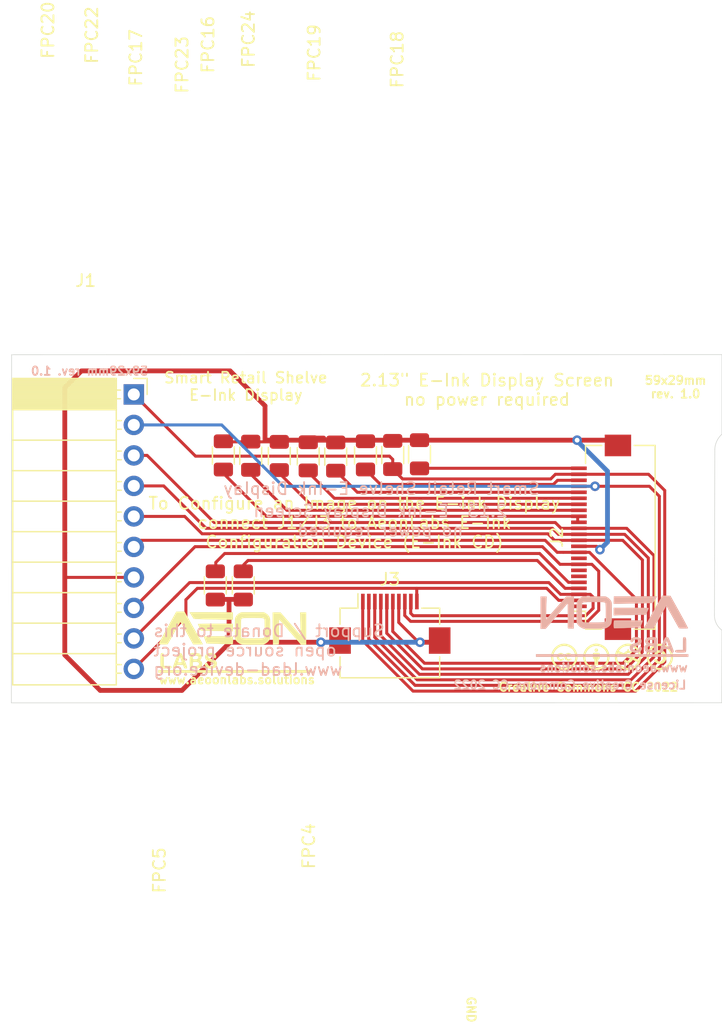
<source format=kicad_pcb>
(kicad_pcb (version 20211014) (generator pcbnew)
  (layers (0 "F.Cu" signal) (31 "B.Cu" signal) (34 "B.Paste" user) (35 "F.Paste" user) (36 "B.SilkS" user "B.Silkscreen") (37 "F.SilkS" user "F.Silkscreen") (38 "B.Mask" user) (39 "F.Mask" user) (44 "Edge.Cuts" user))
  (net 0 "")
  (net 1 "/PREVGH")
  (net 2 "/PREVGL")
  (net 3 "/VCOM")
  (net 4 "/GDR")
  (net 5 "/RESE")
  (net 6 "/SDI")
  (net 7 "/SCLK")
  (net 8 "/CS")
  (net 9 "/RES")
  (net 13 "Net-(FPC4-Pad1)")
  (net 14 "Net-(FPC5-Pad1)")
  (net 15 "Net-(FPC16-Pad1)")
  (net 16 "Net-(FPC17-Pad1)")
  (net 17 "Net-(FPC18-Pad1)")
  (net 18 "Net-(FPC19-Pad1)")
  (net 19 "Net-(FPC20-Pad1)")
  (net 20 "Net-(FPC22-Pad1)")
  (net 21 "/GND")
  (net 22 "/3V3")
  (footprint "AeonLabs Logo:aeonlabs pcb logo" (layer "F.Cu") (at 130.94 107.02)
    (fp_text reference "G***" hide)
    (fp_text value "LOGO" hide)
  )
  (footprint "Connector_FFC-FPC:Hirose_FH12-10S-0.5SH_1x10-1MP_P0.50mm_Horizontal" (layer "F.Cu") (at 143.88 105.5)
    (fp_text reference "J3" (at 0 -3.7) (layer "F.SilkS"))
    (fp_text value "Conn_01x10_Male")
    (pad "1" smd rect (at -2.25 -1.85) (size 0.3 1.3) (layers "F.Cu" "F.Paste" "F.Mask") (net 2 "/PREVGL"))
    (pad "2" smd rect (at -1.75 -1.85) (size 0.3 1.3) (layers "F.Cu" "F.Paste" "F.Mask") (net 1 "/PREVGH"))
    (pad "3" smd rect (at -1.25 -1.85) (size 0.3 1.3) (layers "F.Cu" "F.Paste" "F.Mask") (net 6 "/SDI"))
    (pad "4" smd rect (at -0.75 -1.85) (size 0.3 1.3) (layers "F.Cu" "F.Paste" "F.Mask") (net 7 "/SCLK"))
    (pad "5" smd rect (at -0.25 -1.85) (size 0.3 1.3) (layers "F.Cu" "F.Paste" "F.Mask") (net 8 "/CS"))
    (pad "6" smd rect (at 0.25 -1.85) (size 0.3 1.3) (layers "F.Cu" "F.Paste" "F.Mask") (net 9 "/RES"))
    (pad "7" smd rect (at 0.75 -1.85) (size 0.3 1.3) (layers "F.Cu" "F.Paste" "F.Mask") (net 21 "/GND"))
    (pad "8" smd rect (at 1.25 -1.85) (size 0.3 1.3) (layers "F.Cu" "F.Paste" "F.Mask") (net 22 "/3V3"))
    (pad "9" smd rect (at 1.75 -1.85) (size 0.3 1.3) (layers "F.Cu" "F.Paste" "F.Mask") (net 5 "/RESE"))
    (pad "10" smd rect (at 2.25 -1.85) (size 0.3 1.3) (layers "F.Cu" "F.Paste" "F.Mask") (net 4 "/GDR"))
    (pad "MP" smd rect (at -4.15 1.4) (size 1.8 2.2) (layers "F.Cu" "F.Paste" "F.Mask"))
    (pad "MP" smd rect (at 4.15 1.4) (size 1.8 2.2) (layers "F.Cu" "F.Paste" "F.Mask"))
  )
  (footprint "AeonLabs:aeon creative commons logos" (layer "F.Cu") (at 162.3798 108.208532)
    (fp_text reference "G***" hide)
    (fp_text value "LOGO" hide)
  )
  (footprint "Capacitor_SMD:C_1206_3216MetricTrue" (layer "F.Cu") (at 144.12 91.45 90)
    (fp_text reference "FPC23" (at 32.505 -17.55 90) (layer "F.SilkS"))
    (fp_text value "0.1uF")
    (pad "1" smd roundrect (at -1.17 0 90) (size 1.15 1.6) (layers "F.Cu" "F.Paste" "F.Mask") (roundrect_rratio 0.217391) (net 2 "/PREVGL"))
    (pad "2" smd roundrect (at 1.18 0 90) (size 1.15 1.6) (layers "F.Cu" "F.Paste" "F.Mask") (roundrect_rratio 0.217391) (net 21 "/GND"))
  )
  (footprint "Capacitor_SMD:C_1206_3216MetricTrue" (layer "F.Cu") (at 146.35 91.39 90)
    (fp_text reference "FPC24" (at 34.575 -14.25 90) (layer "F.SilkS"))
    (fp_text value "0.1uF")
    (pad "1" smd roundrect (at -1.17 0 90) (size 1.15 1.6) (layers "F.Cu" "F.Paste" "F.Mask") (roundrect_rratio 0.217391) (net 3 "/VCOM"))
    (pad "2" smd roundrect (at 1.18 0 90) (size 1.15 1.6) (layers "F.Cu" "F.Paste" "F.Mask") (roundrect_rratio 0.217391) (net 21 "/GND"))
  )
  (footprint "Capacitor_SMD:C_1206_3216MetricTrue" (layer "F.Cu") (at 134.67 91.53 90)
    (fp_text reference "FPC18" (at 33.025 9.82 90) (layer "F.SilkS"))
    (fp_text value "0.1uF")
    (pad "1" smd roundrect (at -1.17 0 90) (size 1.15 1.6) (layers "F.Cu" "F.Paste" "F.Mask") (roundrect_rratio 0.217391) (net 17 "Net-(FPC18-Pad1)"))
    (pad "2" smd roundrect (at 1.18 0 90) (size 1.15 1.6) (layers "F.Cu" "F.Paste" "F.Mask") (roundrect_rratio 0.217391) (net 21 "/GND"))
  )
  (footprint "Capacitor_SMD:C_1206_3216MetricTrue" (layer "F.Cu") (at 137.08 91.56 90)
    (fp_text reference "FPC19" (at 33.61 0.495 90) (layer "F.SilkS"))
    (fp_text value "0.1uF")
    (pad "1" smd roundrect (at -1.17 0 90) (size 1.15 1.6) (layers "F.Cu" "F.Paste" "F.Mask") (roundrect_rratio 0.217391) (net 18 "Net-(FPC19-Pad1)"))
    (pad "2" smd roundrect (at 1.18 0 90) (size 1.15 1.6) (layers "F.Cu" "F.Paste" "F.Mask") (roundrect_rratio 0.217391) (net 21 "/GND"))
  )
  (footprint "Capacitor_SMD:C_1206_3216MetricTrue" (layer "F.Cu") (at 132.29 91.51 90)
    (fp_text reference "FPC17" (at 33.155 -9.57 90) (layer "F.SilkS"))
    (fp_text value "0.1uF")
    (pad "1" smd roundrect (at -1.17 0 90) (size 1.15 1.6) (layers "F.Cu" "F.Paste" "F.Mask") (roundrect_rratio 0.217391) (net 16 "Net-(FPC17-Pad1)"))
    (pad "2" smd roundrect (at 1.18 0 90) (size 1.15 1.6) (layers "F.Cu" "F.Paste" "F.Mask") (roundrect_rratio 0.217391) (net 21 "/GND"))
  )
  (footprint "Capacitor_SMD:C_1206_3216MetricTrue" (layer "F.Cu") (at 131.67 102.305 -90)
    (fp_text reference "FPC4" (at 21.715 -5.46 90) (layer "F.SilkS"))
    (fp_text value "0.1uF")
    (pad "1" smd roundrect (at -1.17 0 270) (size 1.15 1.6) (layers "F.Cu" "F.Paste" "F.Mask") (roundrect_rratio 0.217391) (net 13 "Net-(FPC4-Pad1)"))
    (pad "2" smd roundrect (at 1.18 0 270) (size 1.15 1.6) (layers "F.Cu" "F.Paste" "F.Mask") (roundrect_rratio 0.217391) (net 21 "/GND"))
  )
  (footprint "Capacitor_SMD:C_1206_3216MetricTrue" (layer "F.Cu") (at 141.85 91.48 90)
    (fp_text reference "FPC22" (at 35.005 -22.8 90) (layer "F.SilkS"))
    (fp_text value "0.1uF")
    (pad "1" smd roundrect (at -1.17 0 90) (size 1.15 1.6) (layers "F.Cu" "F.Paste" "F.Mask") (roundrect_rratio 0.217391) (net 20 "Net-(FPC22-Pad1)"))
    (pad "2" smd roundrect (at 1.18 0 90) (size 1.15 1.6) (layers "F.Cu" "F.Paste" "F.Mask") (roundrect_rratio 0.217391) (net 21 "/GND"))
  )
  (footprint "Connector_PinSocket_2.54mm:PinSocket_1x10_P2.54mm_Horizontal" (layer "F.Cu") (at 122.55 86.4)
    (fp_text reference "J1" (at -4.01 -9.48) (layer "F.SilkS"))
    (fp_text value "Conn_01x10_Male")
    (pad "1" thru_hole rect locked (at 0 0) (size 1.7 1.7) (drill 1) (layers *.Cu *.Mask) (net 2 "/PREVGL"))
    (pad "2" thru_hole oval locked (at 0 2.54) (size 1.7 1.7) (drill 1) (layers *.Cu *.Mask) (net 1 "/PREVGH"))
    (pad "3" thru_hole oval locked (at 0 5.08) (size 1.7 1.7) (drill 1) (layers *.Cu *.Mask) (net 6 "/SDI"))
    (pad "4" thru_hole oval locked (at 0 7.62) (size 1.7 1.7) (drill 1) (layers *.Cu *.Mask) (net 7 "/SCLK"))
    (pad "5" thru_hole oval locked (at 0 10.16) (size 1.7 1.7) (drill 1) (layers *.Cu *.Mask) (net 8 "/CS"))
    (pad "6" thru_hole oval locked (at 0 12.7) (size 1.7 1.7) (drill 1) (layers *.Cu *.Mask) (net 9 "/RES"))
    (pad "7" thru_hole oval locked (at 0 15.24) (size 1.7 1.7) (drill 1) (layers *.Cu *.Mask) (net 21 "/GND"))
    (pad "8" thru_hole oval locked (at 0 17.78) (size 1.7 1.7) (drill 1) (layers *.Cu *.Mask) (net 22 "/3V3"))
    (pad "9" thru_hole oval locked (at 0 20.32) (size 1.7 1.7) (drill 1) (layers *.Cu *.Mask) (net 5 "/RESE"))
    (pad "10" thru_hole oval locked (at 0 22.86) (size 1.7 1.7) (drill 1) (layers *.Cu *.Mask) (net 4 "/GDR"))
  )
  (footprint "Capacitor_SMD:C_1206_3216MetricTrue" (layer "F.Cu") (at 139.37 91.58 90)
    (fp_text reference "FPC20" (at 35.525 -23.97 90) (layer "F.SilkS"))
    (fp_text value "0.1uF")
    (pad "1" smd roundrect (at -1.17 0 90) (size 1.15 1.6) (layers "F.Cu" "F.Paste" "F.Mask") (roundrect_rratio 0.217391) (net 19 "Net-(FPC20-Pad1)"))
    (pad "2" smd roundrect (at 1.18 0 90) (size 1.15 1.6) (layers "F.Cu" "F.Paste" "F.Mask") (roundrect_rratio 0.217391) (net 21 "/GND"))
  )
  (footprint "Capacitor_SMD:C_1206_3216MetricTrue" (layer "F.Cu") (at 129.34 102.305 -90)
    (fp_text reference "FPC5" (at 23.73 4.66 90) (layer "F.SilkS"))
    (fp_text value "0.1uF")
    (pad "1" smd roundrect (at -1.17 0 270) (size 1.15 1.6) (layers "F.Cu" "F.Paste" "F.Mask") (roundrect_rratio 0.217391) (net 14 "Net-(FPC5-Pad1)"))
    (pad "2" smd roundrect (at 1.18 0 270) (size 1.15 1.6) (layers "F.Cu" "F.Paste" "F.Mask") (roundrect_rratio 0.217391) (net 21 "/GND"))
  )
  (footprint "Connector_FFC-FPC:Hirose_FH12-24S-0.5SH_1x24-1MP_P0.50mm_Horizontal" (layer "F.Cu") (at 161.48 98.3 90)
    (fp_text reference "J2" (at 0 -3.7 90) (layer "F.SilkS"))
    (fp_text value "Conn_01x24_Female")
    (pad "1" smd rect (at -5.75 -1.85 90) (size 0.3 1.3) (layers "F.Cu" "F.Paste" "F.Mask"))
    (pad "2" smd rect (at -5.25 -1.85 90) (size 0.3 1.3) (layers "F.Cu" "F.Paste" "F.Mask") (net 4 "/GDR"))
    (pad "3" smd rect (at -4.75 -1.85 90) (size 0.3 1.3) (layers "F.Cu" "F.Paste" "F.Mask") (net 5 "/RESE"))
    (pad "4" smd rect (at -4.25 -1.85 90) (size 0.3 1.3) (layers "F.Cu" "F.Paste" "F.Mask") (net 13 "Net-(FPC4-Pad1)"))
    (pad "5" smd rect (at -3.75 -1.85 90) (size 0.3 1.3) (layers "F.Cu" "F.Paste" "F.Mask") (net 14 "Net-(FPC5-Pad1)"))
    (pad "6" smd rect (at -3.25 -1.85 90) (size 0.3 1.3) (layers "F.Cu" "F.Paste" "F.Mask"))
    (pad "7" smd rect (at -2.75 -1.85 90) (size 0.3 1.3) (layers "F.Cu" "F.Paste" "F.Mask"))
    (pad "8" smd rect (at -2.25 -1.85 90) (size 0.3 1.3) (layers "F.Cu" "F.Paste" "F.Mask") (net 22 "/3V3"))
    (pad "9" smd rect (at -1.75 -1.85 90) (size 0.3 1.3) (layers "F.Cu" "F.Paste" "F.Mask"))
    (pad "10" smd rect (at -1.25 -1.85 90) (size 0.3 1.3) (layers "F.Cu" "F.Paste" "F.Mask") (net 9 "/RES"))
    (pad "11" smd rect (at -0.75 -1.85 90) (size 0.3 1.3) (layers "F.Cu" "F.Paste" "F.Mask") (net 21 "/GND"))
    (pad "12" smd rect (at -0.25 -1.85 90) (size 0.3 1.3) (layers "F.Cu" "F.Paste" "F.Mask") (net 8 "/CS"))
    (pad "13" smd rect (at 0.25 -1.85 90) (size 0.3 1.3) (layers "F.Cu" "F.Paste" "F.Mask") (net 7 "/SCLK"))
    (pad "14" smd rect (at 0.75 -1.85 90) (size 0.3 1.3) (layers "F.Cu" "F.Paste" "F.Mask") (net 6 "/SDI"))
    (pad "15" smd rect (at 1.25 -1.85 90) (size 0.3 1.3) (layers "F.Cu" "F.Paste" "F.Mask") (net 15 "Net-(FPC16-Pad1)"))
    (pad "16" smd rect (at 1.75 -1.85 90) (size 0.3 1.3) (layers "F.Cu" "F.Paste" "F.Mask") (net 15 "Net-(FPC16-Pad1)"))
    (pad "17" smd rect (at 2.25 -1.85 90) (size 0.3 1.3) (layers "F.Cu" "F.Paste" "F.Mask") (net 16 "Net-(FPC17-Pad1)"))
    (pad "18" smd rect (at 2.75 -1.85 90) (size 0.3 1.3) (layers "F.Cu" "F.Paste" "F.Mask") (net 17 "Net-(FPC18-Pad1)"))
    (pad "19" smd rect (at 3.25 -1.85 90) (size 0.3 1.3) (layers "F.Cu" "F.Paste" "F.Mask") (net 18 "Net-(FPC19-Pad1)"))
    (pad "20" smd rect (at 3.75 -1.85 90) (size 0.3 1.3) (layers "F.Cu" "F.Paste" "F.Mask") (net 19 "Net-(FPC20-Pad1)"))
    (pad "21" smd rect (at 4.25 -1.85 90) (size 0.3 1.3) (layers "F.Cu" "F.Paste" "F.Mask") (net 1 "/PREVGH"))
    (pad "22" smd rect (at 4.75 -1.85 90) (size 0.3 1.3) (layers "F.Cu" "F.Paste" "F.Mask") (net 20 "Net-(FPC22-Pad1)"))
    (pad "23" smd rect (at 5.25 -1.85 90) (size 0.3 1.3) (layers "F.Cu" "F.Paste" "F.Mask") (net 2 "/PREVGL"))
    (pad "24" smd rect (at 5.75 -1.85 90) (size 0.3 1.3) (layers "F.Cu" "F.Paste" "F.Mask") (net 3 "/VCOM"))
    (pad "MP" smd rect (at -7.65 1.4 90) (size 1.8 2.2) (layers "F.Cu" "F.Paste" "F.Mask"))
    (pad "MP" smd rect (at 7.65 1.4 90) (size 1.8 2.2) (layers "F.Cu" "F.Paste" "F.Mask"))
  )
  (footprint "Capacitor_SMD:C_1206_3216MetricTrue" (layer "F.Cu") (at 130.01 91.485 90)
    (fp_text reference "FPC16" (at 34.225 -1.28 90) (layer "F.SilkS"))
    (fp_text value "0.1uF")
    (pad "1" smd roundrect (at -1.17 0 90) (size 1.15 1.6) (layers "F.Cu" "F.Paste" "F.Mask") (roundrect_rratio 0.217391) (net 15 "Net-(FPC16-Pad1)"))
    (pad "2" smd roundrect (at 1.18 0 90) (size 1.15 1.6) (layers "F.Cu" "F.Paste" "F.Mask") (roundrect_rratio 0.217391) (net 21 "/GND"))
  )
  (footprint "AeonLabs Logo:aeonlabs pcb logo" (layer "B.Cu") (at 162.4 105.695 180)
    (fp_text reference "G***" hide)
    (fp_text value "LOGO" hide)
  )
  (gr_line (start 112.37 83.09) (end 112.35 112.08) (layer "Edge.Cuts") (width 0.05))
  (gr_line (start 171.53 112.08) (end 171.54 106.035) (layer "Edge.Cuts") (width 0.05))
  (gr_line (start 171.54 83.08) (end 112.37 83.09) (layer "Edge.Cuts") (width 0.05))
  (gr_arc (start 171.54 106.035) (mid 171.078709 105.481949) (end 170.92 104.779478) (layer "Edge.Cuts") (width 0.05))
  (gr_line (start 170.92 104.779478) (end 170.95 90.955) (layer "Edge.Cuts") (width 0.05))
  (gr_line (start 171.54 89.715) (end 171.54 83.08) (layer "Edge.Cuts") (width 0.05))
  (gr_arc (start 170.95 90.955) (mid 171.124204 90.277524) (end 171.54 89.715) (layer "Edge.Cuts") (width 0.05))
  (gr_line (start 112.34 112.09) (end 171.53 112.08) (layer "Edge.Cuts") (width 0.05))
  (gr_text "www.aeonlabs.solutions" (at 162.51 109.155) (layer "B.SilkS") (effects (font (size 0.7 0.7)) (justify mirror)))
  (gr_text "License Creative Commons CC 2022" (at 158.88 110.595) (layer "B.SilkS") (effects (font (size 0.7 0.7)) (justify mirror)))
  (gr_text "Support / Donate to this\nopen source project\nwww.ldad-device.org" (at 124.1 107.7) (layer "B.SilkS") (effects (font (size 1 1)) (justify right mirror)))
  (gr_text "2.13{dblquote} E-Ink Display Screen\nno power required" (at 143.09 96.91) (layer "B.SilkS") (effects (font (size 1 1)) (justify mirror)))
  (gr_text "59x29mm rev. 1.0" (at 123.83 84.455) (layer "B.SilkS") (effects (font (size 0.7 0.7)) (justify left mirror)))
  (gr_text "Smart Retail Shelve E-Ink Display" (at 143.19 94.25) (layer "B.SilkS") (effects (font (size 1 1)) (justify mirror)))
  (gr_text "Creative Commons CC 2022" (at 160.42 110.78) (layer "F.SilkS") (effects (font (size 0.7 0.7))))
  (gr_text "59x29mm\nrev. 1.0" (at 167.68 85.79) (layer "F.SilkS") (effects (font (size 0.7 0.7))))
  (gr_text "www.aeoonlabs.solutions" (at 124.56 110.16) (layer "F.SilkS") (effects (font (size 0.7 0.7)) (justify left)))
  (gr_text "2.13{dblquote} E-Ink Display Screen\nno power required" (at 151.97 86.02) (layer "F.SilkS") (effects (font (size 1 1))))
  (gr_text "Smart Retail Shelve\nE-Ink Display" (at 131.88 85.73) (layer "F.SilkS") (effects (font (size 0.9 0.9))))
  (gr_text "GND" (at 150.65 137.63 -90) (layer "F.SilkS") (effects (font (size 0.7 0.7))))
  (gr_text "To Configure an Image on the E-ink Display\nconnect J1/J3 to AeonLabs E-Ink\nConfiguration Device (E-Ink CD)" (at 140.93 97.08) (layer "F.SilkS") (effects (font (size 1 1))))
  (segment (start 164.17 110.63) (end 166.33 108.47) (width 0.25) (layer "F.Cu") (net 1))
  (segment (start 142.12 106.77) (end 145.98 110.63) (width 0.25) (layer "F.Cu") (net 1))
  (segment (start 165.5 94.05) (end 160.97 94.05) (width 0.25) (layer "F.Cu") (net 1))
  (segment (start 166.33 94.88) (end 165.5 94.05) (width 0.25) (layer "F.Cu") (net 1))
  (segment (start 145.98 110.63) (end 164.17 110.63) (width 0.25) (layer "F.Cu") (net 1))
  (segment (start 166.33 108.47) (end 166.33 94.88) (width 0.25) (layer "F.Cu") (net 1))
  (segment (start 159.53 94.05) (end 160.97 94.05) (width 0.25) (layer "F.Cu") (net 1))
  (segment (start 142.12 103.79) (end 142.12 106.77) (width 0.25) (layer "F.Cu") (net 1))
  (via (at 160.97 94.05) (size 0.8) (drill 0.4) (layers "F.Cu" "B.Cu") (net 1))
  (segment (start 134.98 94.05) (end 129.87 88.94) (width 0.25) (layer "B.Cu") (net 1))
  (segment (start 160.97 94.05) (end 134.98 94.05) (width 0.25) (layer "B.Cu") (net 1))
  (segment (start 129.87 88.94) (end 122.55 88.94) (width 0.25) (layer "B.Cu") (net 1))
  (segment (start 157.67 93.05) (end 157.28 93.44) (width 0.25) (layer "F.Cu") (net 2))
  (segment (start 157.28 93.44) (end 144.94 93.44) (width 0.25) (layer "F.Cu") (net 2))
  (segment (start 144.94 93.44) (end 144.12 92.62) (width 0.25) (layer "F.Cu") (net 2))
  (segment (start 127.69 91.54) (end 122.55 86.4) (width 0.25) (layer "F.Cu") (net 2))
  (segment (start 141.62 103.79) (end 141.62 106.92) (width 0.25) (layer "F.Cu") (net 2))
  (segment (start 165.43 93.05) (end 159.53 93.05) (width 0.25) (layer "F.Cu") (net 2))
  (segment (start 164.35 111.11) (end 166.78 108.68) (width 0.25) (layer "F.Cu") (net 2))
  (segment (start 145.81 111.11) (end 164.35 111.11) (width 0.25) (layer "F.Cu") (net 2))
  (segment (start 127.69 91.54) (end 143.845 91.54) (width 0.25) (layer "F.Cu") (net 2))
  (segment (start 144.12 92.62) (end 144.12 91.815) (width 0.25) (layer "F.Cu") (net 2))
  (segment (start 159.53 93.05) (end 157.67 93.05) (width 0.25) (layer "F.Cu") (net 2))
  (segment (start 141.62 106.92) (end 145.81 111.11) (width 0.25) (layer "F.Cu") (net 2))
  (segment (start 143.845 91.54) (end 144.12 91.815) (width 0.25) (layer "F.Cu") (net 2))
  (segment (start 166.78 108.68) (end 166.78 94.4) (width 0.25) (layer "F.Cu") (net 2))
  (segment (start 166.78 94.4) (end 165.43 93.05) (width 0.25) (layer "F.Cu") (net 2))
  (segment (start 159.53 92.55) (end 146.36 92.55) (width 0.25) (layer "F.Cu") (net 3))
  (segment (start 146.36 92.55) (end 146.35 92.56) (width 0.25) (layer "F.Cu") (net 3))
  (segment (start 146.12 103.79) (end 146.12 102.55) (width 0.25) (layer "F.Cu") (net 4))
  (segment (start 156.95 102.55) (end 146.12 102.55) (width 0.25) (layer "F.Cu") (net 4))
  (segment (start 126.89 104.92) (end 122.55 109.26) (width 0.25) (layer "F.Cu") (net 4))
  (segment (start 159.53 103.55) (end 157.95 103.55) (width 0.25) (layer "F.Cu") (net 4))
  (segment (start 157.95 103.55) (end 156.95 102.55) (width 0.25) (layer "F.Cu") (net 4))
  (segment (start 146.12 102.55) (end 127.84 102.55) (width 0.25) (layer "F.Cu") (net 4))
  (segment (start 127.84 102.55) (end 126.89 103.5) (width 0.25) (layer "F.Cu") (net 4))
  (segment (start 126.89 103.5) (end 126.89 104.92) (width 0.25) (layer "F.Cu") (net 4))
  (segment (start 145.62 104.63) (end 145.82 104.83) (width 0.25) (layer "F.Cu") (net 5))
  (segment (start 160.19 104.83) (end 160.81 104.21) (width 0.25) (layer "F.Cu") (net 5))
  (segment (start 125.935 103.335) (end 127.2 102.07) (width 0.25) (layer "F.Cu") (net 5))
  (segment (start 157.12 102.07) (end 157.665 102.615) (width 0.25) (layer "F.Cu") (net 5))
  (segment (start 145.82 104.83) (end 160.19 104.83) (width 0.25) (layer "F.Cu") (net 5))
  (segment (start 127.2 102.07) (end 157.12 102.07) (width 0.25) (layer "F.Cu") (net 5))
  (segment (start 160.81 103.28) (end 160.58 103.05) (width 0.25) (layer "F.Cu") (net 5))
  (segment (start 126.22 103.05) (end 125.935 103.335) (width 0.25) (layer "F.Cu") (net 5))
  (segment (start 125.935 103.335) (end 122.55 106.72) (width 0.25) (layer "F.Cu") (net 5))
  (segment (start 159.53 103.05) (end 158.1 103.05) (width 0.25) (layer "F.Cu") (net 5))
  (segment (start 158.1 103.05) (end 157.665 102.615) (width 0.25) (layer "F.Cu") (net 5))
  (segment (start 160.58 103.05) (end 159.53 103.05) (width 0.25) (layer "F.Cu") (net 5))
  (segment (start 160.81 104.21) (end 160.81 103.28) (width 0.25) (layer "F.Cu") (net 5))
  (segment (start 145.62 103.79) (end 145.62 104.63) (width 0.25) (layer "F.Cu") (net 5))
  (segment (start 142.62 106.63) (end 142.62 103.79) (width 0.25) (layer "F.Cu") (net 6))
  (segment (start 163.97 110.17) (end 146.16 110.17) (width 0.25) (layer "F.Cu") (net 6))
  (segment (start 146.16 110.17) (end 142.62 106.63) (width 0.25) (layer "F.Cu") (net 6))
  (segment (start 165.88 99.82) (end 165.88 108.26) (width 0.25) (layer "F.Cu") (net 6))
  (segment (start 159.53 97.55) (end 163.61 97.55) (width 0.25) (layer "F.Cu") (net 6))
  (segment (start 157.66 97.07) (end 158.14 97.55) (width 0.25) (layer "F.Cu") (net 6))
  (segment (start 158.14 97.55) (end 159.53 97.55) (width 0.25) (layer "F.Cu") (net 6))
  (segment (start 123.66 91.48) (end 129.25 97.07) (width 0.25) (layer "F.Cu") (net 6))
  (segment (start 122.55 91.48) (end 123.66 91.48) (width 0.25) (layer "F.Cu") (net 6))
  (segment (start 165.88 108.26) (end 163.97 110.17) (width 0.25) (layer "F.Cu") (net 6))
  (segment (start 163.61 97.55) (end 165.88 99.82) (width 0.25) (layer "F.Cu") (net 6))
  (segment (start 129.25 97.07) (end 157.66 97.07) (width 0.25) (layer "F.Cu") (net 6))
  (segment (start 163.44 98.05) (end 165.41 100.02) (width 0.25) (layer "F.Cu") (net 7))
  (segment (start 125.04 94.02) (end 128.57 97.55) (width 0.25) (layer "F.Cu") (net 7))
  (segment (start 122.55 94.02) (end 125.04 94.02) (width 0.25) (layer "F.Cu") (net 7))
  (segment (start 128.57 97.55) (end 157.42 97.55) (width 0.25) (layer "F.Cu") (net 7))
  (segment (start 165.41 100.02) (end 165.41 108.04) (width 0.25) (layer "F.Cu") (net 7))
  (segment (start 159.53 98.05) (end 163.44 98.05) (width 0.25) (layer "F.Cu") (net 7))
  (segment (start 143.12 106.49) (end 143.12 103.79) (width 0.25) (layer "F.Cu") (net 7))
  (segment (start 157.42 97.55) (end 157.92 98.05) (width 0.25) (layer "F.Cu") (net 7))
  (segment (start 163.74 109.71) (end 146.34 109.71) (width 0.25) (layer "F.Cu") (net 7))
  (segment (start 165.41 108.04) (end 163.74 109.71) (width 0.25) (layer "F.Cu") (net 7))
  (segment (start 157.92 98.05) (end 159.53 98.05) (width 0.25) (layer "F.Cu") (net 7))
  (segment (start 146.34 109.71) (end 143.12 106.49) (width 0.25) (layer "F.Cu") (net 7))
  (segment (start 157.59 98.55) (end 159.53 98.55) (width 0.25) (layer "F.Cu") (net 8))
  (segment (start 126.79 96.56) (end 128.24 98.01) (width 0.25) (layer "F.Cu") (net 8))
  (segment (start 157.05 98.01) (end 157.59 98.55) (width 0.25) (layer "F.Cu") (net 8))
  (segment (start 164.9 107.87) (end 163.51 109.26) (width 0.25) (layer "F.Cu") (net 8))
  (segment (start 164.92 107.41) (end 164.9 107.43) (width 0.25) (layer "F.Cu") (net 8))
  (segment (start 164.9 107.43) (end 164.9 107.87) (width 0.25) (layer "F.Cu") (net 8))
  (segment (start 143.62 106.29) (end 143.62 103.79) (width 0.25) (layer "F.Cu") (net 8))
  (segment (start 122.55 96.56) (end 126.79 96.56) (width 0.25) (layer "F.Cu") (net 8))
  (segment (start 159.53 98.55) (end 163.28 98.55) (width 0.25) (layer "F.Cu") (net 8))
  (segment (start 146.59 109.26) (end 143.62 106.29) (width 0.25) (layer "F.Cu") (net 8))
  (segment (start 164.92 100.19) (end 164.92 107.41) (width 0.25) (layer "F.Cu") (net 8))
  (segment (start 163.28 98.55) (end 164.92 100.19) (width 0.25) (layer "F.Cu") (net 8))
  (segment (start 163.51 109.26) (end 146.59 109.26) (width 0.25) (layer "F.Cu") (net 8))
  (segment (start 128.24 98.01) (end 157.05 98.01) (width 0.25) (layer "F.Cu") (net 8))
  (segment (start 123.1 98.55) (end 122.55 99.1) (width 0.25) (layer "F.Cu") (net 9))
  (segment (start 157.82 99.55) (end 156.82 98.55) (width 0.25) (layer "F.Cu") (net 9))
  (segment (start 163.31 108.79) (end 146.77 108.79) (width 0.25) (layer "F.Cu") (net 9))
  (segment (start 123 99.55) (end 122.55 99.1) (width 0.25) (layer "F.Cu") (net 9))
  (segment (start 159.53 99.55) (end 160.51 99.55) (width 0.25) (layer "F.Cu") (net 9))
  (segment (start 164.42 107.68) (end 163.31 108.79) (width 0.25) (layer "F.Cu") (net 9))
  (segment (start 156.82 98.55) (end 123.1 98.55) (width 0.25) (layer "F.Cu") (net 9))
  (segment (start 144.12 106.14) (end 144.12 103.79) (width 0.25) (layer "F.Cu") (net 9))
  (segment (start 164.42 103.46) (end 164.42 107.68) (width 0.25) (layer "F.Cu") (net 9))
  (segment (start 158.33 99.55) (end 157.82 99.55) (width 0.25) (layer "F.Cu") (net 9))
  (segment (start 159.53 99.55) (end 158.33 99.55) (width 0.25) (layer "F.Cu") (net 9))
  (segment (start 160.51 99.55) (end 164.42 103.46) (width 0.25) (layer "F.Cu") (net 9))
  (segment (start 146.77 108.79) (end 144.12 106.14) (width 0.25) (layer "F.Cu") (net 9))
  (segment (start 156.16 100.23) (end 132.06 100.23) (width 0.25) (layer "F.Cu") (net 13))
  (segment (start 158.48 102.55) (end 156.16 100.23) (width 0.25) (layer "F.Cu") (net 13))
  (segment (start 132.06 100.23) (end 131.71 100.58) (width 0.25) (layer "F.Cu") (net 13))
  (segment (start 159.53 102.55) (end 158.48 102.55) (width 0.25) (layer "F.Cu") (net 13))
  (segment (start 129.38 100.39) (end 129.38 101.095) (width 0.25) (layer "F.Cu") (net 14))
  (segment (start 130.12 99.65) (end 129.38 100.39) (width 0.25) (layer "F.Cu") (net 14))
  (segment (start 159.53 102.05) (end 158.76 102.05) (width 0.25) (layer "F.Cu") (net 14))
  (segment (start 158.76 102.05) (end 156.36 99.65) (width 0.25) (layer "F.Cu") (net 14))
  (segment (start 156.36 99.65) (end 130.12 99.65) (width 0.25) (layer "F.Cu") (net 14))
  (segment (start 129.38 101.095) (end 129.34 101.135) (width 0.25) (layer "F.Cu") (net 14))
  (segment (start 159.53 97.05) (end 159.53 96.55) (width 0.25) (layer "F.Cu") (net 15))
  (segment (start 130 92.965) (end 133.0425 96.0075) (width 0.25) (layer "F.Cu") (net 15))
  (segment (start 133.585 96.55) (end 133.0425 96.0075) (width 0.25) (layer "F.Cu") (net 15))
  (segment (start 159.53 96.55) (end 133.585 96.55) (width 0.25) (layer "F.Cu") (net 15))
  (segment (start 132.3 93.045) (end 134.4075 95.1525) (width 0.25) (layer "F.Cu") (net 16))
  (segment (start 159.53 96.05) (end 135.305 96.05) (width 0.25) (layer "F.Cu") (net 16))
  (segment (start 135.305 96.05) (end 134.4075 95.1525) (width 0.25) (layer "F.Cu") (net 16))
  (segment (start 137.26 95.55) (end 136.62 94.91) (width 0.25) (layer "F.Cu") (net 17))
  (segment (start 159.53 95.55) (end 137.26 95.55) (width 0.25) (layer "F.Cu") (net 17))
  (segment (start 134.66 92.95) (end 136.62 94.91) (width 0.25) (layer "F.Cu") (net 17))
  (segment (start 159.53 95.05) (end 139.255 95.05) (width 0.25) (layer "F.Cu") (net 18))
  (segment (start 137.12 92.915) (end 138.8125 94.6075) (width 0.25) (layer "F.Cu") (net 18))
  (segment (start 139.255 95.05) (end 138.8125 94.6075) (width 0.25) (layer "F.Cu") (net 18))
  (segment (start 140.37 93.75) (end 139.37 92.75) (width 0.25) (layer "F.Cu") (net 19))
  (segment (start 159.53 94.55) (end 141.17 94.55) (width 0.25) (layer "F.Cu") (net 19))
  (segment (start 141.17 94.55) (end 140.37 93.75) (width 0.25) (layer "F.Cu") (net 19))
  (segment (start 157.5 93.9) (end 143.1 93.9) (width 0.25) (layer "F.Cu") (net 20))
  (segment (start 142.61 93.41) (end 141.85 92.65) (width 0.25) (layer "F.Cu") (net 20))
  (segment (start 142.32 92.75) (end 142.32 92.87) (width 0.25) (layer "F.Cu") (net 20))
  (segment (start 157.85 93.55) (end 157.5 93.9) (width 0.25) (layer "F.Cu") (net 20))
  (segment (start 143.1 93.9) (end 142.61 93.41) (width 0.25) (layer "F.Cu") (net 20))
  (segment (start 159.53 93.55) (end 157.85 93.55) (width 0.25) (layer "F.Cu") (net 20))
  (segment (start 146.39 107.04) (end 148.02 107.04) (width 0.4) (layer "F.Cu") (net 21))
  (segment (start 130.055 90.35) (end 130.01 90.305) (width 0.25) (layer "F.Cu") (net 21))
  (segment (start 146.27 107.04) (end 146.39 107.04) (width 0.25) (layer "F.Cu") (net 21))
  (segment (start 116.8 85.83) (end 116.8 99.58) (width 0.4) (layer "F.Cu") (net 21))
  (segment (start 159.53 99.05) (end 161.1 99.05) (width 0.25) (layer "F.Cu") (net 21))
  (segment (start 162.165 90.035) (end 162.78 90.65) (width 0.4) (layer "F.Cu") (net 21))
  (segment (start 122.55 101.64) (end 116.93 101.64) (width 0.25) (layer "F.Cu") (net 21))
  (segment (start 146.35 90.21) (end 133.48 90.21) (width 0.4) (layer "F.Cu") (net 21))
  (segment (start 126.56 111.05) (end 130.4825 107.1275) (width 0.4) (layer "F.Cu") (net 21))
  (segment (start 134.67 90.35) (end 130.055 90.35) (width 0.25) (layer "F.Cu") (net 21))
  (segment (start 125.21 84.44) (end 118.19 84.44) (width 0.4) (layer "F.Cu") (net 21))
  (segment (start 159.48 90.21) (end 162.34 90.21) (width 0.4) (layer "F.Cu") (net 21))
  (segment (start 133.48 87.35) (end 133.48 90.21) (width 0.4) (layer "F.Cu") (net 21))
  (segment (start 116.8 101.51) (end 116.8 99.58) (width 0.4) (layer "F.Cu") (net 21))
  (segment (start 138.365 90.035) (end 136.745 90.035) (width 0.4) (layer "F.Cu") (net 21))
  (segment (start 116.8 101.51) (end 116.8 108.1) (width 0.4) (layer "F.Cu") (net 21))
  (segment (start 130.4225 103.47) (end 129.2975 103.47) (width 0.4) (layer "F.Cu") (net 21))
  (segment (start 130.4825 107.1275) (end 130.4825 103.53) (width 0.4) (layer "F.Cu") (net 21))
  (segment (start 119.75 111.05) (end 126.56 111.05) (width 0.4) (layer "F.Cu") (net 21))
  (segment (start 116.8 108.1) (end 119.75 111.05) (width 0.4) (layer "F.Cu") (net 21))
  (segment (start 130.4825 103.53) (end 130.4225 103.47) (width 0.4) (layer "F.Cu") (net 21))
  (segment (start 139.72 107.04) (end 130.57 107.04) (width 0.4) (layer "F.Cu") (net 21))
  (segment (start 131.5875 103.47) (end 130.4225 103.47) (width 0.4) (layer "F.Cu") (net 21))
  (segment (start 116.93 101.64) (end 116.8 101.51) (width 0.25) (layer "F.Cu") (net 21))
  (segment (start 130.57 84.44) (end 133.48 87.35) (width 0.4) (layer "F.Cu") (net 21))
  (segment (start 144.62 103.79) (end 144.62 105.39) (width 0.25) (layer "F.Cu") (net 21))
  (segment (start 130.57 107.04) (end 130.4825 107.1275) (width 0.25) (layer "F.Cu") (net 21))
  (segment (start 118.19 84.44) (end 116.8 85.83) (width 0.4) (layer "F.Cu") (net 21))
  (segment (start 139.86 107.18) (end 139.72 107.04) (width 0.25) (layer "F.Cu") (net 21))
  (segment (start 146.35 90.21) (end 159.48 90.21) (width 0.4) (layer "F.Cu") (net 21))
  (segment (start 144.62 105.39) (end 146.27 107.04) (width 0.25) (layer "F.Cu") (net 21))
  (segment (start 125.21 84.44) (end 130.57 84.44) (width 0.4) (layer "F.Cu") (net 21))
  (segment (start 161.1 99.05) (end 161.38 99.33) (width 0.25) (layer "F.Cu") (net 21))
  (via (at 159.48 90.21) (size 0.8) (drill 0.4) (layers "F.Cu" "B.Cu") (net 21))
  (via (at 146.39 107.04) (size 0.8) (drill 0.4) (layers "F.Cu" "B.Cu") (net 21))
  (via (at 138.13 107.04) (size 0.8) (drill 0.4) (layers "F.Cu" "B.Cu") (net 21))
  (via (at 161.38 99.33) (size 0.8) (drill 0.4) (layers "F.Cu" "B.Cu") (net 21))
  (segment (start 162.01 98.7) (end 161.38 99.33) (width 0.4) (layer "B.Cu") (net 21))
  (segment (start 159.47 90.26) (end 162.01 92.8) (width 0.4) (layer "B.Cu") (net 21))
  (segment (start 162.01 92.8) (end 162.01 98.7) (width 0.4) (layer "B.Cu") (net 21))
  (segment (start 146.39 107.04) (end 138.13 107.04) (width 0.4) (layer "B.Cu") (net 21))
  (segment (start 161.28 101.12) (end 160.71 100.55) (width 0.25) (layer "F.Cu") (net 22))
  (segment (start 156.59 99.08) (end 127.65 99.08) (width 0.25) (layer "F.Cu") (net 22))
  (segment (start 145.12 103.79) (end 145.12 104.81) (width 0.25) (layer "F.Cu") (net 22))
  (segment (start 158.06 100.55) (end 156.59 99.08) (width 0.25) (layer "F.Cu") (net 22))
  (segment (start 160.36 105.3) (end 161.28 104.38) (width 0.25) (layer "F.Cu") (net 22))
  (segment (start 127.65 99.08) (end 122.55 104.18) (width 0.25) (layer "F.Cu") (net 22))
  (segment (start 145.61 105.3) (end 160.36 105.3) (width 0.25) (layer "F.Cu") (net 22))
  (segment (start 161.28 104.38) (end 161.28 101.12) (width 0.25) (layer "F.Cu") (net 22))
  (segment (start 145.12 104.81) (end 145.61 105.3) (width 0.25) (layer "F.Cu") (net 22))
  (segment (start 160.71 100.55) (end 159.53 100.55) (width 0.25) (layer "F.Cu") (net 22))
  (segment (start 159.53 100.55) (end 158.06 100.55) (width 0.25) (layer "F.Cu") (net 22))
)
</source>
